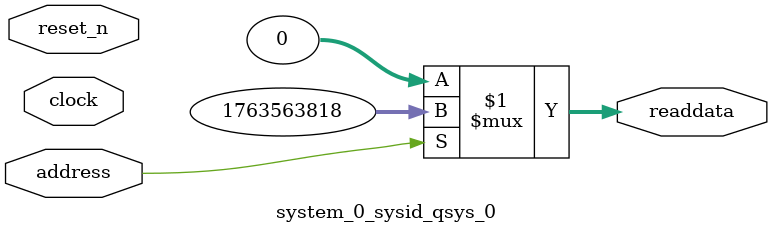
<source format=v>

`timescale 1ns / 1ps
// synthesis translate_on

// turn off superfluous verilog processor warnings 
// altera message_level Level1 
// altera message_off 10034 10035 10036 10037 10230 10240 10030 

module system_0_sysid_qsys_0 (
               // inputs:
                address,
                clock,
                reset_n,

               // outputs:
                readdata
             )
;

  output  [ 31: 0] readdata;
  input            address;
  input            clock;
  input            reset_n;

  wire    [ 31: 0] readdata;
  //control_slave, which is an e_avalon_slave
  assign readdata = address ? 1763563818 : 0;

endmodule




</source>
